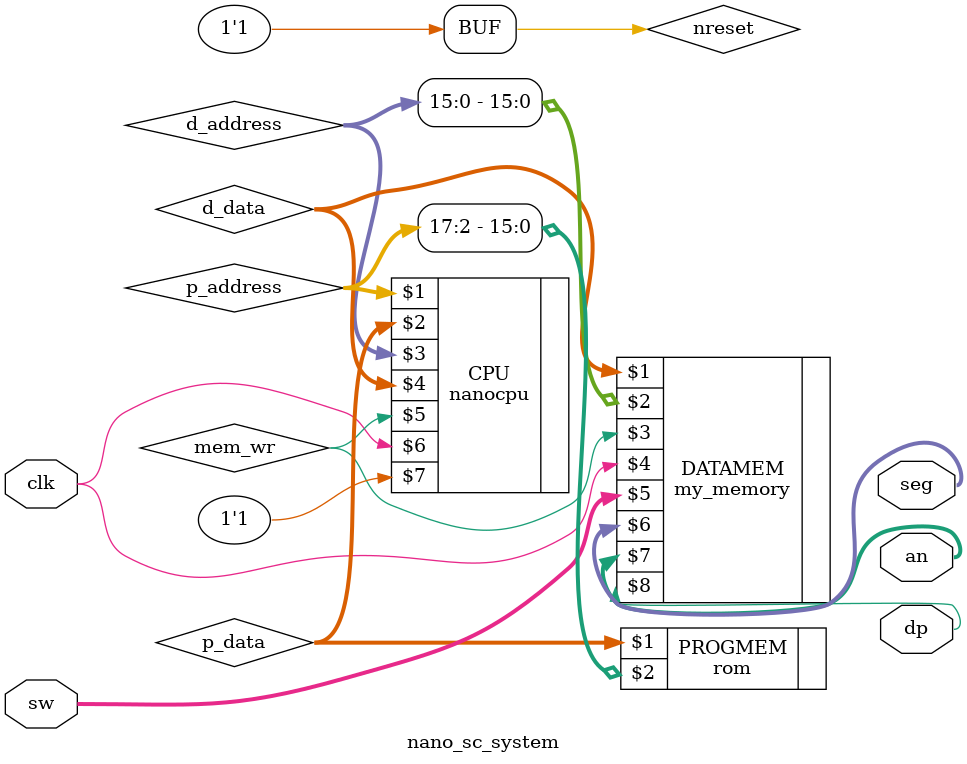
<source format=v>
`timescale 1ns / 1ps

module nano_sc_system(
    output wire [6:0] seg,
    output wire [3:0] an,
    output dp,
    input wire [11:0] sw,
    input wire clk
);

wire 	[31:0]	p_address;
wire 	[31:0]	p_data;
wire	[31:0]	d_address;
wire	[31:0]	d_data;
wire	mem_wr;
reg		nreset = 1;

nanocpu		CPU(p_address,p_data,d_address,d_data,mem_wr,clk,nreset);
rom 		PROGMEM(p_data,p_address[17:2]);
my_memory 	DATAMEM(d_data,d_address[15:0],mem_wr,clk,sw,seg,an,dp);

endmodule

</source>
